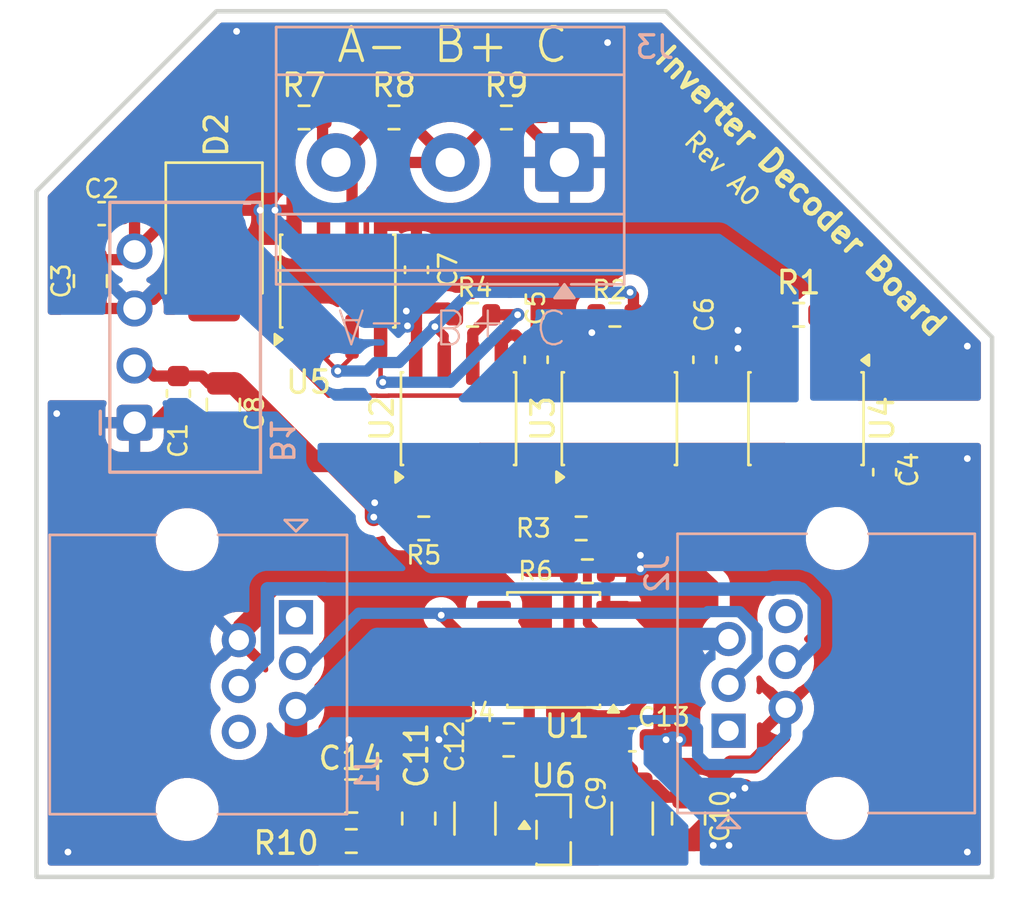
<source format=kicad_pcb>
(kicad_pcb (version 20241229) (generator "pcbnew") (generator_version "9.0")
  (title_block (title "Inverter Decoder Board") (date "2026-02-06") (rev "A0") (company "MAG Laboratory"))
  (layers (0 "F.Cu" signal) (2 "B.Cu" signal) (13 "F.Paste" user) (15 "B.Paste" user) (5 "F.SilkS" user "F.Silkscreen") (7 "B.SilkS" user "B.Silkscreen") (1 "F.Mask" user) (3 "B.Mask" user) (25 "Edge.Cuts" user))
  (net 0 "")
  (net 1 "+5VP")
  (net 2 "+5V")
  (net 3 "GNDPWR")
  (net 4 "GND")
  (net 5 "/12V_FILT")
  (net 6 "+12V")
  (net 7 "Net-(J1-Pad4)")
  (net 9 "/INV_DATA")
  (net 13 "Net-(J3-Pin_3)")
  (net 14 "Net-(J3-Pin_2)")
  (net 15 "Net-(J4-Pin_2)")
  (net 16 "Net-(U4-A)")
  (net 17 "/DIR")
  (net 18 "/~{DIR}")
  (net 19 "Net-(U3-A)")
  (net 20 "Net-(U2-VO)")
  (net 21 "Net-(U2-A)")
  (net 22 "/UART")
  (net 27 "Net-(U4-C)")
  (footprint "Capacitor_SMD:C_0603_1608Metric" (layer "F.Cu") (at 95.899 127 180)
    (property "Reference" "C2")
    (property "Value" "104")
  )
  (footprint "Diode_SMD:D_SMB" (layer "F.Cu") (at 100.899 128.394 -90)
    (property "Reference" "D2")
    (property "Value" "5v")
  )
  (footprint "Capacitor_SMD:C_1206_3216Metric" (layer "F.Cu") (at 119.5 153.905 90)
    (property "Reference" "C9")
    (property "Value" "106")
  )
  (footprint "Resistor_SMD:R_0805_2012Metric" (layer "F.Cu") (at 114 150.405)
    (property "Reference" "J4")
    (property "Value" "PROG")
  )
  (footprint "Resistor_SMD:R_0603_1608Metric" (layer "F.Cu") (at 110.224 141)
    (property "Reference" "R5")
    (property "Value" "680")
  )
  (footprint "Capacitor_SMD:C_0603_1608Metric" (layer "F.Cu") (at 99.3115 135 -90)
    (property "Reference" "C1")
    (property "Value" "104")
  )
  (footprint "Capacitor_SMD:C_0603_1608Metric" (layer "F.Cu") (at 109.899 129.5 90)
    (property "Reference" "C7")
    (property "Value" "104")
  )
  (footprint "Capacitor_SMD:C_0805_2012Metric" (layer "F.Cu") (at 95.399 130 -90)
    (property "Reference" "C3")
    (property "Value" "105")
  )
  (footprint "Resistor_SMD:R_0603_1608Metric" (layer "F.Cu") (at 117.5 142.905 180)
    (property "Reference" "R6")
    (property "Value" "4k7")
  )
  (footprint "Capacitor_SMD:C_0805_2012Metric" (layer "F.Cu") (at 107 152.905)
    (property "Reference" "C14")
    (property "Value" "105")
  )
  (footprint "Resistor_SMD:R_0603_1608Metric" (layer "F.Cu") (at 112.399 131.5)
    (property "Reference" "R4")
    (property "Value" "4k7")
  )
  (footprint "Resistor_SMD:R_0603_1608Metric" (layer "F.Cu") (at 108.899 122.725)
    (property "Reference" "R8")
    (property "Value" "120")
  )
  (footprint "Resistor_SMD:R_0603_1608Metric" (layer "F.Cu") (at 104.899 122.725)
    (property "Reference" "R7")
    (property "Value" "5k1")
  )
  (footprint "Capacitor_SMD:C_0603_1608Metric" (layer "F.Cu") (at 119.5 150.405 180)
    (property "Reference" "C13")
    (property "Value" "104")
  )
  (footprint "Package_SO:SOIC-8_3.9x4.9mm_P1.27mm" (layer "F.Cu") (at 118.924 136.12 90)
    (property "Reference" "U3")
    (property "Value" "HCPL-0611")
  )
  (footprint "Capacitor_SMD:C_0603_1608Metric" (layer "F.Cu") (at 115.224 133.5 90)
    (property "Reference" "C5")
    (property "Value" "104")
  )
  (footprint "Resistor_SMD:R_0603_1608Metric" (layer "F.Cu") (at 118.724 131.5)
    (property "Reference" "R2")
    (property "Value" "4k7")
  )
  (footprint "Package_SO:SOIC-8_3.9x4.9mm_P1.27mm" (layer "F.Cu") (at 127.224 136.12 -90)
    (property "Reference" "U4")
    (property "Value" "HCPL-0611")
  )
  (footprint "Resistor_SMD:R_0603_1608Metric" (layer "F.Cu") (at 107 154.905)
    (property "Reference" "R10")
    (property "Value" "1")
  )
  (footprint "Capacitor_SMD:C_0805_2012Metric" (layer "F.Cu") (at 101.3115 135.5 -90)
    (property "Reference" "C8")
    (property "Value" "105")
  )
  (footprint "Capacitor_SMD:C_0603_1608Metric" (layer "F.Cu") (at 130.724 138.501 90)
    (property "Reference" "C4")
    (property "Value" "104")
  )
  (footprint "Resistor_SMD:R_0603_1608Metric" (layer "F.Cu") (at 117.224 141)
    (property "Reference" "R3")
    (property "Value" "680")
  )
  (footprint "Resistor_SMD:R_0603_1608Metric" (layer "F.Cu") (at 113.899 122.725)
    (property "Reference" "R9")
    (property "Value" "5k1")
  )
  (footprint "Package_SO:SOIC-8_3.9x4.9mm_P1.27mm" (layer "F.Cu") (at 106.399 130 90)
    (property "Reference" "U5")
    (property "Value" "MAX485E")
  )
  (footprint "Package_SO:JEITA_SOIC-8_3.9x4.9mm_P1.27mm" (layer "F.Cu") (at 116 146.405 180)
    (property "Reference" "U1")
    (property "Value" "CH32V003JxMx")
  )
  (footprint "Package_SO:SOIC-8_3.9x4.9mm_P1.27mm" (layer "F.Cu") (at 111.769 136.12 90)
    (property "Reference" "U2")
    (property "Value" "HCPL-0611")
  )
  (footprint "Capacitor_SMD:C_0603_1608Metric" (layer "F.Cu") (at 122.724 133.5 90)
    (property "Reference" "C6")
    (property "Value" "104")
  )
  (footprint "Capacitor_SMD:C_1206_3216Metric" (layer "F.Cu") (at 112.5 153.905 90)
    (property "Reference" "C12")
    (property "Value" "106")
  )
  (footprint "Package_TO_SOT_SMD:SOT-23" (layer "F.Cu") (at 116 154.405)
    (property "Reference" "U6")
    (property "Value" "ME6209A50M3G")
  )
  (footprint "Capacitor_SMD:C_0805_2012Metric" (layer "F.Cu") (at 122 153.905 90)
    (property "Reference" "C10")
    (property "Value" "105")
  )
  (footprint "Capacitor_SMD:C_0805_2012Metric" (layer "F.Cu") (at 110 153.905 90)
    (property "Reference" "C11")
    (property "Value" "105")
  )
  (footprint "Resistor_SMD:R_0603_1608Metric" (layer "F.Cu") (at 126.899 131.5)
    (property "Reference" "R1")
    (property "Value" "680")
  )
  (footprint "TerminalBlock_Phoenix:TerminalBlock_Phoenix_MKDS-3-3-5.08_1x03_P5.08mm_Horizontal" (layer "B.Cu") (at 116.479 124.725 180)
    (property "Reference" "J3")
    (property "Value" "Modbus")
  )
  (footprint "Connector_RJ:RJ25_Wayconn_MJEA-660X1_Horizontal" (layer "B.Cu") (at 123.78 150 -90)
    (property "Reference" "J2")
    (property "Value" "RJ12")
  )
  (footprint "Power_Module:BxxxxS-1W" (layer "B.Cu") (at 97.361 136.3 90)
    (property "Reference" "B1")
    (property "Value" "B0505S-1W")
  )
  (footprint "Connector_RJ:RJ25_Wayconn_MJEA-660X1_Horizontal" (layer "B.Cu") (at 104.54 144.95 90)
    (property "Reference" "J1")
    (property "Value" "RJ12")
  )
  (gr_poly (pts (xy 93 126) (xy 101 118) (xy 121 118) (xy 135.5 132.5) (xy 135.5 156.5) (xy 93 156.5)) (stroke (width 0.2)) (fill no) (layer "Edge.Cuts"))
  (gr_text "Rev ${REVISION}" (at 123.5 125 315) (layer "F.SilkS") (effects (font (size 0.8 0.8) (thickness 0.12))))
  (gr_text "${TITLE}" (at 127 126 315) (layer "F.SilkS") (effects (font (size 1 1) (thickness 0.2) (bold yes))))
  (gr_text "A- B+ C" (at 111.5 119.5 0) (layer "F.SilkS") (effects (font (size 1.5 1.5))))
  (gr_text "A- B+ C" (at 111.5 132 180) (layer "B.SilkS") (effects (font (size 1.5 1.5) (thickness 0.1)) (justify mirror)))
  (segment (start 105.2615 138) (end 101.8115 134.55) (width 1) (layer "F.Cu") (net 1))
  (segment (start 119.475 155.355) (end 119.5 155.38) (width 0.2) (layer "F.Cu") (net 1))
  (segment (start 108 140.5) (end 108 139.9) (width 0.8) (layer "F.Cu") (net 1))
  (segment (start 106.182 138) (end 105.2615 138) (width 1) (layer "F.Cu") (net 1))
  (segment (start 121.599 150.394) (end 121.5 149.762) (width 0.5) (layer "F.Cu") (net 1))
  (segment (start 120.6875 149.9925) (end 120.275 150.405) (width 0.5) (layer "F.Cu") (net 1))
  (segment (start 120.6875 149.655) (end 120.6875 149.9925) (width 0.5) (layer "F.Cu") (net 1))
  (segment (start 109.399 141) (end 109.25 140.851) (width 0.2) (layer "F.Cu") (net 1))
  (segment (start 120.9375 150.405) (end 120.275 150.405) (width 0.5) (layer "F.Cu") (net 1))
  (segment (start 108 139.9) (end 108.041 139.859) (width 0.2) (layer "F.Cu") (net 1))
  (segment (start 121.512 149.75) (end 120.9375 150.3245) (width 0.5) (layer "F.Cu") (net 1))
  (segment (start 123.934519 152.88) (end 124.12 152.88) (width 0.2) (layer "F.Cu") (net 1))
  (segment (start 118.325 142.905) (end 118.325 144.175) (width 0.4) (layer "F.Cu") (net 1))
  (segment (start 124.12 152.88) (end 124.45 152.55) (width 0.8) (layer "F.Cu") (net 1))
  (segment (start 120.9375 150.3245) (end 120.9375 150.405) (width 0.2) (layer "F.Cu") (net 1))
  (segment (start 108.041 139.859) (end 106.182 138) (width 1) (layer "F.Cu") (net 1))
  (segment (start 118.325 144.175) (end 118.65 144.5) (width 0.2) (layer "F.Cu") (net 1))
  (segment (start 119.859 142.195) (end 119.859 142.241) (width 0.2) (layer "F.Cu") (net 1))
  (segment (start 98.2385 134.225) (end 97.7735 133.76) (width 0.5) (layer "F.Cu") (net 1))
  (segment (start 122 154.855) (end 122.245 154.855) (width 1) (layer "F.Cu") (net 1))
  (segment (start 123.9275 152.872981) (end 123.934519 152.88) (width 0.2) (layer "F.Cu") (net 1))
  (segment (start 131.5 146.5) (end 125.45 152.55) (width 0.5) (layer "F.Cu") (net 1))
  (segment (start 100.35575 134.225) (end 99.3115 134.225) (width 0.5) (layer "F.Cu") (net 1))
  (segment (start 120.525 155.38) (end 121.05 154.855) (width 0.5) (layer "F.Cu") (net 1))
  (segment (start 124.45 152.55) (end 124.508 152.55) (width 0.8) (layer "F.Cu") (net 1))
  (segment (start 120.6875 145.787501) (end 120.6875 149.655) (width 0.5) (layer "F.Cu") (net 1))
  (segment (start 121.5 149.762) (end 121.512 149.75) (width 0.2) (layer "F.Cu") (net 1))
  (segment (start 109.25 140.851) (end 109.033 140.851) (width 0.2) (layer "F.Cu") (net 1))
  (segment (start 130.724 139.276) (end 129.422999 139.276) (width 0.4) (layer "F.Cu") (net 1))
  (segment (start 121.512 149.75) (end 121.417 149.655) (width 0.2) (layer "F.Cu") (net 1))
  (segment (start 121.417 149.655) (end 120.6875 149.655) (width 0.5) (layer "F.Cu") (net 1))
  (segment (start 109.033 140.851) (end 108.041 139.859) (width 0.5) (layer "F.Cu") (net 1))
  (segment (start 100.68075 134.55) (end 100.35575 134.225) (width 0.5) (layer "F.Cu") (net 1))
  (segment (start 122.245 154.855) (end 123.9275 153.1725) (width 1) (layer "F.Cu") (net 1))
  (segment (start 131.5 145.5) (end 131.5 146.5) (width 0.5) (layer "F.Cu") (net 1))
  (segment (start 131.5 145.5) (end 131.5 140) (width 0.4) (layer "F.Cu") (net 1))
  (segment (start 123.9275 152.9275) (end 123.975 152.88) (width 0.2) (layer "F.Cu") (net 1))
  (segment (start 115.0625 155.355) (end 119.475 155.355) (width 0.5) (layer "F.Cu") (net 1))
  (segment (start 130.404 139.596) (end 130.724 139.276) (width 0.2) (layer "F.Cu") (net 1))
  (segment (start 97.826 134.225) (end 97.361 133.76) (width 0.2) (layer "F.Cu") (net 1))
  (segment (start 99.3115 134.225) (end 98.2385 134.225) (width 0.5) (layer "F.Cu") (net 1))
  (segment (start 101.8115 134.55) (end 101.3115 134.55) (width 0.2) (layer "F.Cu") (net 1))
  (segment (start 118.65 144.5) (end 119.399999 144.5) (width 0.4) (layer "F.Cu") (net 1))
  (segment (start 123.9275 152.9275) (end 123.9275 152.872981) (width 0.2) (layer "F.Cu") (net 1))
  (segment (start 121.05 154.855) (end 122 154.855) (width 0.5) (layer "F.Cu") (net 1))
  (segment (start 119.5 155.38) (end 120.525 155.38) (width 0.5) (layer "F.Cu") (net 1))
  (segment (start 130.776 139.276) (end 131.5 140) (width 0.4) (layer "F.Cu") (net 1))
  (segment (start 121.599 150.394) (end 120.9375 150.405) (width 0.5) (layer "F.Cu") (net 1))
  (segment (start 130.724 139.276) (end 130.776 139.276) (width 0.2) (layer "F.Cu") (net 1))
  (segment (start 123.9275 153.1725) (end 123.9275 152.9275) (width 0.8) (layer "F.Cu") (net 1))
  (segment (start 99.4865 134.05) (end 99.3115 134.225) (width 0.2) (layer "F.Cu") (net 1))
  (segment (start 125.45 152.55) (end 124.508 152.55) (width 0.5) (layer "F.Cu") (net 1))
  (segment (start 119.399999 144.5) (end 120.6875 145.787501) (width 0.4) (layer "F.Cu") (net 1))
  (segment (start 101.3115 134.55) (end 100.68075 134.55) (width 0.5) (layer "F.Cu") (net 1))
  (via (at 123.1 155.1) (size 0.6) (drill 0.3) (layers "F.Cu" "B.Cu") (net 1))
  (via (at 124.508 152.55) (size 0.6) (drill 0.3) (layers "F.Cu" "B.Cu") (net 1))
  (via (at 123.975 152.88) (size 0.6) (drill 0.3) (layers "F.Cu" "B.Cu") (net 1))
  (via (at 119.859 142.195) (size 0.6) (drill 0.3) (layers "F.Cu" "B.Cu") (net 1))
  (via (at 108 140.5) (size 0.6) (drill 0.3) (layers "F.Cu" "B.Cu") (net 1))
  (via (at 134.399 137.894) (size 0.6) (drill 0.3) (layers "F.Cu" "B.Cu") (net 1))
  (via (at 108.041 139.859) (size 0.6) (drill 0.3) (layers "F.Cu" "B.Cu") (net 1))
  (via (at 121 150.4) (size 0.6) (drill 0.3) (layers "F.Cu" "B.Cu") (net 1))
  (via (at 119.859 142.795) (size 0.6) (drill 0.3) (layers "F.Cu" "B.Cu") (net 1))
  (via (at 134.399 155.394) (size 0.6) (drill 0.3) (layers "F.Cu" "B.Cu") (net 1))
  (via (at 123.8 155.1) (size 0.6) (drill 0.3) (layers "F.Cu" "B.Cu") (net 1))
  (via (at 121.599 150.394) (size 0.6) (drill 0.3) (layers "F.Cu" "B.Cu") (net 1))
  (segment (start 108.441 140.341) (end 108.441 140.259) (width 1) (layer "B.Cu") (net 1))
  (segment (start 119.859 142.241) (end 119.6 142.5) (width 0.2) (layer "B.Cu") (net 1))
  (segment (start 121.3 151.5) (end 122.4 152.6) (width 1) (layer "B.Cu") (net 1))
  (segment (start 119.6 142.5) (end 110.6 142.5) (width 1) (layer "B.Cu") (net 1))
  (segment (start 122.4 152.6) (end 122.409063 152.590937) (width 1) (layer "B.Cu") (net 1))
  (segment (start 110.6 142.5) (end 108.441 140.341) (width 1) (layer "B.Cu") (net 1))
  (segment (start 121.3 150.429) (end 121.3 151.5) (width 0.8) (layer "B.Cu") (net 1))
  (segment (start 121.512 150.393) (end 121.599 150.394) (width 0.2) (layer "B.Cu") (net 1))
  (segment (start 123.975 152.88) (end 124.264062 152.590937) (width 0.2) (layer "B.Cu") (net 1))
  (segment (start 122.409063 152.590937) (end 124.264062 152.590937) (width 1) (layer "B.Cu") (net 1))
  (segment (start 108.041 139.859) (end 108.441 140.259) (width 0.2) (layer "B.Cu") (net 1))
  (segment (start 115.224 134.275) (end 117.019 134.275) (width 0.5) (layer "F.Cu") (net 2))
  (segment (start 118.289 132.294) (end 118.289 131.89) (width 0.5) (layer "F.Cu") (net 2))
  (segment (start 95.4 129.049) (end 95.399 129.05) (width 0.2) (layer "F.Cu") (net 2))
  (segment (start 117.019 134.275) (end 117.019 133.645) (width 0.5) (layer "F.Cu") (net 2))
  (segment (start 117.699 132.294) (end 117.999 131.994) (width 0.5) (layer "F.Cu") (net 2))
  (segment (start 97.361 128.68) (end 97.361 127.687) (width 0.5) (layer "F.Cu") (net 2))
  (segment (start 109.634 131.835) (end 109.899 132.1) (width 0.5) (layer "F.Cu") (net 2))
  (segment (start 109.447 131.335) (end 109.664 131.335) (width 0.2) (layer "F.Cu") (net 2))
  (segment (start 118.289 131.89) (end 117.899 131.5) (width 0.5) (layer "F.Cu") (net 2))
  (segment (start 117.019 133.645) (end 117.019 132.38) (width 0.5) (layer "F.Cu") (net 2))
  (segment (start 104.367 127.398) (end 104.367 125.967) (width 0.5) (layer "F.Cu") (net 2))
  (segment (start 101.505 126.85) (end 102.947 126.85) (width 0.5) (layer "F.Cu") (net 2))
  (segment (start 109.499 131.994) (end 109.634 131.835) (width 0.5) (layer "F.Cu") (net 2))
  (segment (start 109.899 131.1) (end 109.999 131.2) (width 0.5) (layer "F.Cu") (net 2))
  (segment (start 104.367 125.967) (end 104.1 125.7) (width 0.5) (layer "F.Cu") (net 2))
  (segment (start 97.361 128.68) (end 96.992 129.049) (width 0.2) (layer "F.Cu") (net 2))
  (segment (start 97.361 127) (end 96.674 127) (width 0.5) (layer "F.Cu") (net 2))
  (segment (start 104.494 126.85) (end 104.494 127.525) (width 0.2) (layer "F.Cu") (net 2))
  (segment (start 109.999 131.2) (end 111.274 131.2) (width 0.5) (layer "F.Cu") (net 2))
  (segment (start 109.899 130.275) (end 109.899 131.1) (width 0.5) (layer "F.Cu") (net 2))
  (segment (start 124.5 132) (end 125 131.5) (width 0.5) (layer "F.Cu") (net 2))
  (segment (start 117.999 131.994) (end 117.999 132.294) (width 0.5) (layer "F.Cu") (net 2))
  (segment (start 122.724 134.275) (end 123.725 134.275) (width 0.5) (layer "F.Cu") (net 2))
  (segment (start 109.899 131.5) (end 109.899 132.1) (width 0.5) (layer "F.Cu") (net 2))
  (segment (start 97.511 126.85) (end 100.293 126.85) (width 0.5) (layer "F.Cu") (net 2))
  (segment (start 103.605 126.85) (end 104.494 126.85) (width 0.5) (layer "F.Cu") (net 2))
  (segment (start 109.899 132.1) (end 109.899 133.61) (width 0.5) (layer "F.Cu") (net 2))
  (segment (start 109.899 133.61) (end 109.864 133.645) (width 0.2) (layer "F.Cu") (net 2))
  (segment (start 125 131.5) (end 126.074 131.5) (width 0.5) (layer "F.Cu") (net 2))
  (segment (start 104.494 127.525) (end 104.367 127.398) (width 0.2) (layer "F.Cu") (net 2))
  (segment (start 109.899 131.5) (end 109.612 131.5) (width 0.2) (layer "F.Cu") (net 2))
  (segment (start 102.947 126.85) (end 103.605 126.85) (width 0.5) (layer "F.Cu") (net 2))
  (segment (start 124.199 132.994) (end 124.199 132.294) (width 0.5) (layer "F.Cu") (net 2))
  (segment (start 97.361 127.687) (end 97.361 127) (width 0.5) (layer "F.Cu") (net 2))
  (segment (start 109.664 131.335) (end 109.899 131.1) (width 0.5) (layer "F.Cu") (net 2))
  (segment (start 104.1 125.7) (end 104.1 122.751) (width 0.5) (layer "F.Cu") (net 2))
  (segment (start 124.199 132.194) (end 124.899 131.494) (width 0.5) (layer "F.Cu") (net 2))
  (segment (start 97.361 127) (end 97.511 126.85) (width 0.5) (layer "F.Cu") (net 2))
  (segment (start 118.289 133.645) (end 118.289 132.294) (width 0.5) (layer "F.Cu") (net 2))
  (segment (start 96.674 127) (end 96.5645 127) (width 0.2) (layer "F.Cu") (net 2))
  (segment (start 104.1 122.751) (end 104.074 122.725) (width 0.5) (layer "F.Cu") (net 2))
  (segment (start 124.199 132.294) (end 124.399 132.094) (width 0.5) (layer "F.Cu") (net 2))
  (segment (start 100.899 126.244) (end 101.505 126.85) (width 0.2) (layer "F.Cu") (net 2))
  (segment (start 109.499 131.994) (end 109.447 131.335) (width 0.5) (layer "F.Cu") (net 2))
  (segment (start 109.704 130.47) (end 109.899 130.275) (width 0.2) (layer "F.Cu") (net 2))
  (segment (start 124.5 133.5) (end 124.5 132) (width 0.5) (layer "F.Cu") (net 2))
  (segment (start 96.992 129.049) (end 95.4 129.049) (width 0.5) (layer "F.Cu") (net 2))
  (segment (start 109.899 131.1) (end 109.899 131.5) (width 0.5) (layer "F.Cu") (net 2))
  (segment (start 124.899 131.494) (end 124.999 131.494) (width 0.5) (layer "F.Cu") (net 2))
  (segment (start 124.199 132.994) (end 124.199 133.594) (width 0.5) (layer "F.Cu") (net 2))
  (segment (start 111.274 131.2) (end 111.574 131.5) (width 0.5) (layer "F.Cu") (net 2))
  (segment (start 117.019 132.38) (end 117.899 131.5) (width 0.5) (layer "F.Cu") (net 2))
  (segment (start 118.289 132.294) (end 117.199 132.294) (width 0.5) (layer "F.Cu") (net 2))
  (segment (start 123.725 134.275) (end 124.5 133.5) (width 0.5) (layer "F.Cu") (net 2))
  (segment (start 100.293 126.85) (end 100.899 126.244) (width 0.2) (layer "F.Cu") (net 2))
  (segment (start 109.612 131.5) (end 109.447 131.335) (width 0.2) (layer "F.Cu") (net 2))
  (via (at 102.947 126.85) (size 0.6) (drill 0.3) (layers "F.Cu" "B.Cu") (net 2))
  (via (at 103.605 126.85) (size 0.6) (drill 0.3) (layers "F.Cu" "B.Cu") (net 2))
  (via (at 109.499 131.994) (size 0.6) (drill 0.3) (layers "F.Cu" "B.Cu") (net 2))
  (via (at 124.199 132.994) (size 0.6) (drill 0.3) (layers "F.Cu" "B.Cu") (net 2))
  (via (at 124.199 132.194) (size 0.6) (drill 0.3) (layers "F.Cu" "B.Cu") (net 2))
  (via (at 117.699 132.294) (size 0.6) (drill 0.3) (layers "F.Cu" "B.Cu") (net 2))
  (via (at 109.447 131.335) (size 0.6) (drill 0.3) (layers "F.Cu" "B.Cu") (net 2))
  (segment (start 103.59 126.835) (end 103.605 126.85) (width 0.2) (layer "B.Cu") (net 2))
  (segment (start 103.2835 127.085) (end 103.2835 126.835) (width 0.2) (layer "B.Cu") (net 2))
  (segment (start 103.2835 126.835) (end 103.59 126.835) (width 0.2) (layer "B.Cu") (net 2))
  (segment (start 107.6435 131.585) (end 103.2835 127.225) (width 1) (layer "B.Cu") (net 2))
  (segment (start 109.197 131.585) (end 107.6435 131.585) (width 1) (layer "B.Cu") (net 2))
  (segment (start 109.447 131.335) (end 109.197 131.585) (width 0.2) (layer "B.Cu") (net 2))
  (segment (start 103.2835 127.225) (end 103.2835 127.085) (width 1) (layer "B.Cu") (net 2))
  (segment (start 98.24325 136.3) (end 97.7735 136.3) (width 0.5) (layer "F.Cu") (net 3))
  (segment (start 130.724 137.726) (end 130.317 137.319) (width 0.2) (layer "F.Cu") (net 3))
  (segment (start 122 152.955) (end 122.745 152.955) (width 0.5) (layer "F.Cu") (net 3))
  (segment (start 127.224 139.644968) (end 127.224 137.613032) (width 0.2) (layer "F.Cu") (net 3))
  (segment (start 123.1 152.2) (end 123.3 152.2) (width 0.5) (layer "F.Cu") (net 3))
  (segment (start 98.76825 135.775) (end 98.24325 136.3) (width 0.5) (layer "F.Cu") (net 3))
  (segment (start 125.4 150.8) (end 125.4 149.9) (width 0.5) (layer "F.Cu") (net 3))
  (segment (start 116.23225 153.455) (end 115.0625 153.455) (width 0.5) (layer "F.Cu") (net 3))
  (segment (start 99.3115 135.775) (end 98.76825 135.775) (width 0.5) (layer "F.Cu") (net 3))
  (segment (start 128 144.192735) (end 130.121 142.071735) (width 0.2) (layer "F.Cu") (net 3))
  (segment (start 113.0875 150.405) (end 112.245 150.405) (width 0.5) (layer "F.Cu") (net 3))
  (segment (start 103.604 140.604) (end 103.604 143.7) (width 0.5) (layer "F.Cu") (net 3))
  (segment (start 119.9375 148.655) (end 119.9375 147.577501) (width 0.5) (layer "F.Cu") (net 3))
  (segment (start 118.725 149.8675) (end 119.9375 148.655) (width 0.5) (layer "F.Cu") (net 3))
  (segment (start 126.32 148.98) (end 126.32 149.61884) (width 0.2) (layer "F.Cu") (net 3))
  (segment (start 112.5 152.43) (end 111.4125 152.43) (width 0.5) (layer "F.Cu") (net 3))
  (segment (start 119.5 152.43) (end 117.25725 152.43) (width 0.5) (layer "F.Cu") (net 3))
  (segment (start 125.4 151) (end 125.4 150.8) (width 0.5) (layer "F.Cu") (net 3))
  (segment (start 119.559 139.279) (end 119.559 138.595) (width 0.2) (layer "F.Cu") (net 3))
  (segment (start 101.3115 136.45) (end 101.3115 138.3115) (width 0.5) (layer "F.Cu") (net 3))
  (segment (start 103.604 143.7) (end 103.5 143.804) (width 0.5) (layer "F.Cu") (net 3))
  (segment (start 123.9 151.5) (end 124.9 151.5) (width 0.8) (layer "F.Cu") (net 3))
  (segment (start 101.3115 136.45) (end 100.45 136.45) (width 0.5) (layer "F.Cu") (net 3))
  (segment (start 105.54 143.7) (end 103.604 143.7) (width 0.5) (layer "F.Cu") (net 3))
  (segment (start 130.317 137.319) (end 128.5 137.319) (width 0.2) (layer "F.Cu") (net 3))
  (segment (start 126.32 148.98) (end 128 147.3) (width 0.2) (layer "F.Cu") (net 3))
  (segment (start 99.54 135.95) (end 99.4865 135.95) (width 0.2) (layer "F.Cu") (net 3))
  (segment (start 112.245 150.405) (end 105.54 143.7) (width 0.5) (layer "F.Cu") (net 3))
  (segment (start 118.725 150.9425) (end 118.725 150.405) (width 0.5) (layer "F.Cu") (net 3))
  (segment (start 110 152.955) (end 108 152.955) (width 0.5) (layer "F.Cu") (net 3))
  (segment (start 115.0625 153.455) (end 113.525 153.455) (width 0.5) (layer "F.Cu") (net 3))
  (segment (start 125.319 139.871) (end 125.22355 139.96645) (width 0.2) (layer "F.Cu") (net 3))
  (segment (start 117.25725 152.43) (end 116.23225 153.455) (width 0.6) (layer "F.Cu") (net 3))
  (segment (start 108 152.955) (end 107.95 152.905) (width 0.2) (layer "F.Cu") (net 3))
  (segment (start 128 147.3) (end 128 144.192735) (width 0.2) (layer "F.Cu") (net 3))
  (segment (start 124.9 151.5) (end 125.4 151) (width 0.8) (layer "F.Cu") (net 3))
  (segment (start 119.9375 147.577501) (end 119.399999 147.04) (width 0.5) (layer "F.Cu") (net 3))
  (segment (start 120.24645 139.96645) (end 119.559 139.279) (width 0.4) (layer "F.Cu") (net 3))
  (segment (start 103.604 143.7) (end 102 145.304) (width 0.5) (layer "F.Cu") (net 3))
  (segment (start 125.4 149.9) (end 126.32 148.98) (width 0.5) (layer "F.Cu") (net 3))
  (segment (start 113.0875 151.8425) (end 113.0875 150.405) (width 0.5) (layer "F.Cu") (net 3))
  (segment (start 130.121 142.071735) (end 130.121 140.621) (width 0.2) (layer "F.Cu") (net 3))
  (segment (start 113.525 153.455) (end 112.5 152.43) (width 0.5) (layer "F.Cu") (net 3))
  (segment (start 122.745 152.955) (end 123.1 152.6) (width 0.5) (layer "F.Cu") (net 3))
  (segment (start 111.4125 152.43) (end 110.8875 152.955) (width 0.5) (layer "F.Cu") (net 3))
  (segment (start 99.4865 135.95) (end 99.3115 135.775) (width 0.2) (layer "F.Cu") (net 3))
  (segment (start 125.22355 139.96645) (end 121.099 139.96645) (width 0.4) (layer "F.Cu") (net 3))
  (segment (start 120.525 152.43) (end 119.5 152.43) (width 0.5) (layer "F.Cu") (net 3))
  (segment (start 102 145.368) (end 102 145.97) (width 0.2) (layer "F.Cu") (net 3))
  (segment (start 112.5 152.43) (end 113.0875 151.8425) (width 0.2) (layer "F.Cu") (net 3))
  (segment (start 127.518032 137.319) (end 128.5 137.319) (width 0.2) (layer "F.Cu") (net 3))
  (segment (start 127.224 137.613032) (end 127.518032 137.319) (width 0.2) (layer "F.Cu") (net 3))
  (segment (start 125.41445 139.96645) (end 126.299 139.96645) (width 0.4) (layer "F.Cu") (net 3))
  (segment (start 123.1 152.6) (end 123.1 152.2) (width 0.5) (layer "F.Cu") (net 3))
  (segment (start 100.45 136.45) (end 99.775 135.775) (width 0.5) (layer "F.Cu") (net 3))
  (segment (start 118.725 150.405) (end 118.725 149.8675) (width 0.5) (layer "F.Cu") (net 3))
  (segment (start 121.099 139.96645) (end 120.24645 139.96645) (width 0.39) (layer "F.Cu") (net 3))
  (segment (start 123.449 151.951) (end 123.9 151.5) (width 0.8) (layer "F.Cu") (net 3))
  (segment (start 110.8875 152.955) (end 110 152.955) (width 0.5) (layer "F.Cu") (net 3))
  (segment (start 121.05 152.955) (end 120.525 152.43) (width 0.5) (layer "F.Cu") (net 3))
  (segment (start 123.3 152.2) (end 123.449 152.051) (width 0.5) (layer "F.Cu") (net 3))
  (segment (start 130.121 140.621) (end 129.371 139.871) (width 0.2) (layer "F.Cu") (net 3))
  (segment (start 126.299 139.96645) (end 126.902518 139.96645) (width 0.39) (layer "F.Cu") (net 3))
  (segment (start 122 152.955) (end 121.05 152.955) (width 0.5) (layer "F.Cu") (net 3))
  (segment (start 126.902518 139.96645) (end 127.224 139.644968) (width 0.2) (layer "F.Cu") (net 3))
  (segment (start 102 145.304) (end 102 145.368) (width 0.5) (layer "F.Cu") (net 3))
  (segment (start 125.319 138.595) (end 125.319 139.871) (width 0.2) (layer "F.Cu") (net 3))
  (segment (start 99.775 135.775) (end 99.3115 135.775) (width 0.5) (layer "F.Cu") (net 3))
  (segment (start 119.399999 147.04) (end 118.65 147.04) (width 0.5) (layer "F.Cu") (net 3))
  (segment (start 125.319 139.871) (end 125.41445 139.96645) (width 0.2) (layer "F.Cu") (net 3))
  (segment (start 128.788032 139.871) (end 128.5 139.582968) (width 0.2) (layer "F.Cu") (net 3))
  (segment (start 128.5 139.582968) (end 128.5 137.319) (width 0.2) (layer "F.Cu") (net 3))
  (segment (start 101.3115 138.3115) (end 103.604 140.604) (width 0.5) (layer "F.Cu") (net 3))
  (segment (start 119.5 151.7175) (end 118.725 150.9425) (width 0.5) (layer "F.Cu") (net 3))
  (segment (start 119.5 152.43) (end 119.5 151.7175) (width 0.5) (layer "F.Cu") (net 3))
  (segment (start 129.371 139.871) (end 128.788032 139.871) (width 0.2) (layer "F.Cu") (net 3))
  (segment (start 123.449 152.051) (end 123.449 151.951) (width 0.5) (layer "F.Cu") (net 3))
  (via (at 110.899 150.394) (size 0.6) (drill 0.3) (layers "F.Cu" "B.Cu") (net 3))
  (via (at 106.899 150.394) (size 0.6) (drill 0.3) (layers "F.Cu" "B.Cu") (net 3))
  (via (at 94.399 155.394) (size 0.6) (drill 0.3) (layers "F.Cu" "B.Cu") (net 3))
  (via (at 93.899 135.894) (size 0.6) (drill 0.3) (layers "F.Cu" "B.Cu") (net 3))
  (segment (start 126.32 148.98) (end 126.32 150.18) (width 0.5) (layer "B.Cu") (net 3))
  (segment (start 119.5 149.5) (end 106.1 149.5) (width 0.2) (layer "B.Cu") (net 3))
  (segment (start 106.1 149.5) (end 104.2 151.4) (width 0.2) (layer "B.Cu") (net 3))
  (segment (start 122.4 149.9) (end 122 149.5) (width 0.5) (layer "B.Cu") (net 3))
  (segment (start 100.6 147.37) (end 102 145.97) (width 0.2) (layer "B.Cu") (net 3))
  (segment (start 122.4 151.1) (end 122.4 149.9) (width 0.5) (layer "B.Cu") (net 3))
  (segment (start 100.6 150.6) (end 100.6 147.37) (width 0.2) (layer "B.Cu") (net 3))
  (segment (start 122 149.5) (end 119.5 149.5) (width 0.4) (layer "B.Cu") (net 3))
  (segment (start 126.32 150.18) (end 125 151.5) (width 0.5) (layer "B.Cu") (net 3))
  (segment (start 101.4 151.4) (end 100.6 150.6) (width 0.2) (layer "B.Cu") (net 3))
  (segment (start 104.2 151.4) (end 101.4 151.4) (width 0.2) (layer "B.Cu") (net 3))
  (segment (start 122.8 151.5) (end 122.4 151.1) (width 0.5) (layer "B.Cu") (net 3))
  (segment (start 125 151.5) (end 122.8 151.5) (width 0.5) (layer "B.Cu") (net 3))
  (segment (start 116.479 124.725) (end 114.724 122.97) (width 0.5) (layer "F.Cu") (net 4))
  (segment (start 95.669 131.22) (end 95.399 130.95) (width 0.2) (layer "F.Cu") (net 4))
  (segment (start 115.199 132.7) (end 115.224 132.725) (width 0.5) (layer "F.Cu") (net 4))
  (segment (start 120.829 133.645) (end 120.829 131.07) (width 0.2) (layer "F.Cu") (net 4))
  (segment (start 108.304 128.836534) (end 108.304 127.525) (width 0.5) (layer "F.Cu") (net 4))
  (segment (start 121.329 131.57) (end 120.829 131.07) (width 0.2) (layer "F.Cu") (net 4))
  (segment (start 94 130.95) (end 94 128.124) (width 0.5) (layer "F.Cu") (net 4))
  (segment (start 97.361 131.22) (end 97.77 130.811) (width 0.5) (layer "F.Cu") (net 4))
  (segment (start 101.505 131.15) (end 102.07 131.15) (width 0.5) (layer "F.Cu") (net 4))
  (segment (start 114.724 122.97) (end 114.724 122.725) (width 0.2) (layer "F.Cu") (net 4))
  (segment (start 114 132.4) (end 114.3 132.4) (width 0.5) (layer "F.Cu") (net 4))
  (segment (start 109.899 127.525) (end 109.899 128.725) (width 0.2) (layer "F.Cu") (net 4))
  (segment (start 102.07 131.15) (end 103.75 129.47) (width 0.5) (layer "F.Cu") (net 4))
  (segment (start 108.415534 128.725) (end 108.304 128.836534) (width 0.2) (layer "F.Cu") (net 4))
  (segment (start 107.670534 129.47) (end 108.304 128.836534) (width 0.5) (layer "F.Cu") (net 4))
  (segment (start 113.674 132.726) (end 114 132.4) (width 0.5) (layer "F.Cu") (net 4))
  (segment (start 98.189 130.811) (end 98.456 130.544) (width 0.5) (layer "F.Cu") (net 4))
  (segment (start 120.829 131.07) (end 120.829 130.329) (width 0.2) (layer "F.Cu") (net 4))
  (segment (start 114.3 132.4) (end 114.6 132.7) (width 0.5) (layer "F.Cu") (net 4))
  (segment (start 116.479 124.725) (end 116.479 126.521) (width 0.2) (layer "F.Cu") (net 4))
  (segment (start 113.674 133.645) (end 113.674 132.726) (width 0.5) (layer "F.Cu") (net 4))
  (segment (start 109.899 128.725) (end 108.415534 128.725) (width 0.5) (layer "F.Cu") (net 4))
  (segment (start 122.484 132.725) (end 122.724 132.725) (width 0.2) (layer "F.Cu") (net 4))
  (segment (start 98.456 130.544) (end 100.293 130.544) (width 0.5) (layer "F.Cu") (net 4))
  (segment (start 97.361 131.22) (end 95.669 131.22) (width 0.5) (layer "F.Cu") (net 4))
  (segment (start 119.595 129.095) (end 114.75 129.095) (width 0.2) (layer "F.Cu") (net 4))
  (segment (start 108.304 127.525) (end 109.899 127.525) (width 0.2) (layer "F.Cu") (net 4))
  (segment (start 114.6 132.7) (end 115.199 132.7) (width 0.5) (layer "F.Cu") (net 4))
  (segment (start 115.475 127.525) (end 110.924 127.525) (width 0.2) (layer "F.Cu") (net 4))
  (segment (start 110.924 127.525) (end 108.304 127.525) (width 0.2) (layer "F.Cu") (net 4))
  (segment (start 115.224 132.725) (end 115.224 129.095) (width 0.5) (layer "F.Cu") (net 4))
  (segment (start 114.75 127.525) (end 110.924 127.525) (width 0.2) (layer "F.Cu") (net 4))
  (segment (start 97.77 130.811) (end 98.189 130.811) (width 0.5) (layer "F.Cu") (net 4))
  (segment (start 116.479 126.521) (end 115.475 127.525) (width 0.2) (layer "F.Cu") (net 4))
  (segment (start 100.293 130.544) (end 100.293 131.15) (width 0.5) (layer "F.Cu") (net 4))
  (segment (start 120.829 130.329) (end 119.595 129.095) (width 0.2) (layer "F.Cu") (net 4))
  (segment (start 103.75 129.47) (end 107.670534 129.47) (width 0.5) (layer "F.Cu") (net 4))
  (segment (start 114.75 129.095) (end 114.75 127.525) (width 0.2) (layer "F.Cu") (net 4))
  (segment (start 94 128.124) (end 95.124 127) (width 0.5) (layer "F.Cu") (net 4))
  (segment (start 120.829 131.07) (end 122.484 132.725) (width 0.2) (layer "F.Cu") (net 4))
  (segment (start 95.399 130.95) (end 94 130.95) (width 0.5) (layer "F.Cu") (net 4))
  (via (at 134.399 132.894) (size 0.6) (drill 0.3) (layers "F.Cu" "B.Cu") (net 4))
  (via (at 118.399 119.394) (size 0.6) (drill 0.3) (layers "F.Cu" "B.Cu") (net 4))
  (via (at 101.899 118.894) (size 0.6) (drill 0.3) (layers "F.Cu" "B.Cu") (net 4))
  (segment (start 110 154.855) (end 110.8875 154.855) (width 0.5) (layer "F.Cu") (net 5))
  (segment (start 115.697 154.405) (end 116.9375 154.405) (width 0.4) (layer "F.Cu") (net 5))
  (segment (start 112.475 155.405) (end 112.5 155.38) (width 0.2) (layer "F.Cu") (net 5))
  (segment (start 111.4375 155.405) (end 112.475 155.405) (width 0.5) (layer "F.Cu") (net 5))
  (segment (start 109.95 154.905) (end 110 154.855) (width 0.2) (layer "F.Cu") (net 5))
  (segment (start 110.8875 154.855) (end 111.4375 155.405) (width 0.5) (layer "F.Cu") (net 5))
  (segment (start 113.475 154.405) (end 112.5 155.38) (width 0.8) (layer "F.Cu") (net 5))
  (segment (start 115.697 154.405) (end 113.475 154.405) (width 0.8) (layer "F.Cu") (net 5))
  (segment (start 107.825 154.905) (end 109.95 154.905) (width 0.5) (layer "F.Cu") (net 5))
  (segment (start 106.175 153.98) (end 106.175 154.905) (width 0.5) (layer "F.Cu") (net 6))
  (segment (start 106.05 153.855) (end 106.175 153.98) (width 0.5) (layer "F.Cu") (net 6))
  (segment (start 104.54 151.99) (end 104.54 149.03) (width 1) (layer "F.Cu") (net 6))
  (segment (start 106.05 152.905) (end 106.05 153.855) (width 0.5) (layer "F.Cu") (net 6))
  (segment (start 104.54 151.99) (end 106.05 153.5) (width 1) (layer "F.Cu") (net 6))
  (segment (start 105.05 149.03) (end 104.54 149.03) (width 1) (layer "B.Cu") (net 6))
  (segment (start 108.16 145.92) (end 105.05 149.03) (width 1) (layer "B.Cu") (net 6))
  (segment (start 123.78 145.92) (end 108.16 145.92) (width 1) (layer "B.Cu") (net 6))
  (segment (start 103.27 143.7) (end 103.279 143.7) (width 0.6) (layer "B.Cu") (net 7))
  (segment (start 103.279 143.689) (end 105.801 143.689) (width 0.6) (layer "B.Cu") (net 7))
  (segment (start 126.903324 143.7) (end 127.025 143.7) (width 0.6) (layer "B.Cu") (net 7))
  (segment (start 127.025 143.7) (end 127.59 144.265) (width 0.6) (layer "B.Cu") (net 7))
  (segment (start 105.801 143.7) (end 125.736676 143.7) (width 0.6) (layer "B.Cu") (net 7))
  (segment (start 127.59 146.17) (end 126.82 146.94) (width 0.6) (layer "B.Cu") (net 7))
  (segment (start 103.279 143.7) (end 103.279 143.689) (width 0.6) (layer "B.Cu") (net 7))
  (segment (start 102 148.01) (end 103.27 146.74) (width 0.6) (layer "B.Cu") (net 7))
  (segment (start 126.842324 143.639) (end 126.903324 143.7) (width 0.6) (layer "B.Cu") (net 7))
  (segment (start 127.59 144.265) (end 127.59 146.17) (width 0.6) (layer "B.Cu") (net 7))
  (segment (start 103.27 146.74) (end 103.27 143.7) (width 0.6) (layer "B.Cu") (net 7))
  (segment (start 126.82 146.94) (end 126.32 146.94) (width 0.2) (layer "B.Cu") (net 7))
  (segment (start 105.801 143.689) (end 105.801 143.7) (width 0.6) (layer "B.Cu") (net 7))
  (segment (start 125.736676 143.7) (end 125.797676 143.639) (width 0.6) (layer "B.Cu") (net 7))
  (segment (start 125.797676 143.639) (end 126.842324 143.639) (width 0.6) (layer "B.Cu") (net 7))
  (segment (start 111.911 145.77) (end 113.35 145.77) (width 0.5) (layer "F.Cu") (net 9))
  (segment (start 111 144.859) (end 111.911 145.77) (width 0.5) (layer "F.Cu") (net 9))
  (via (at 111 144.859) (size 0.6) (drill 0.3) (layers "F.Cu" "B.Cu") (net 9))
  (segment (start 110.918 144.777) (end 107.3305 144.777) (width 0.5) (layer "B.Cu") (net 9))
  (segment (start 124.215 144.7) (end 124.224 144.709) (width 0.5) (layer "B.Cu") (net 9))
  (segment (start 122.867 144.7) (end 124.215 144.7) (width 0.5) (layer "B.Cu") (net 9))
  (segment (start 124.281613 144.709) (end 124.991 145.418387) (width 0.5) (layer "B.Cu") (net 9))
  (segment (start 107.3305 144.777) (end 105.1175 146.99) (width 0.5) (layer "B.Cu") (net 9))
  (segment (start 125.05 145.4975) (end 125.05 146.69) (width 0.5) (layer "B.Cu") (net 9))
  (segment (start 124.224 144.709) (end 124.281613 144.709) (width 0.5) (layer "B.Cu") (net 9))
  (segment (start 105.1175 146.99) (end 104.54 146.99) (width 0.2) (layer "B.Cu") (net 9))
  (segment (start 111.082 144.777) (end 122.79 144.777) (width 0.5) (layer "B.Cu") (net 9))
  (segment (start 122.79 144.777) (end 122.867 144.7) (width 0.5) (layer "B.Cu") (net 9))
  (segment (start 124.991 145.4385) (end 125.05 145.4975) (width 0.5) (layer "B.Cu") (net 9))
  (segment (start 125.05 146.69) (end 123.78 147.96) (width 0.5) (layer "B.Cu") (net 9))
  (segment (start 111 144.859) (end 111.082 144.777) (width 0.2) (layer "B.Cu") (net 9))
  (segment (start 124.991 145.418387) (end 124.991 145.4385) (width 0.5) (layer "B.Cu") (net 9))
  (segment (start 111 144.859) (end 110.918 144.777) (width 0.2) (layer "B.Cu") (net 9))
  (segment (start 106.319 124.725) (end 105.724 124.13) (width 0.2) (layer "F.Cu") (net 13))
  (segment (start 107.034 127.525) (end 107.034 125.44) (width 0.5) (layer "F.Cu") (net 13))
  (segment (start 107.034 125.44) (end 106.319 124.725) (width 0.2) (layer "F.Cu") (net 13))
  (segment (start 105.724 124.13) (end 105.724 122.725) (width 0.5) (layer "F.Cu") (net 13))
  (segment (start 108.074 122.97) (end 108.074 122.725) (width 0.2) (layer "F.Cu") (net 13))
  (segment (start 106.319 124.725) (end 108.074 122.97) (width 0.5) (layer "F.Cu") (net 13))
  (segment (start 109.174 124.725) (end 111.399 124.725) (width 0.5) (layer "F.Cu") (net 14))
  (segment (start 107.398168 128.8458) (end 107.669 128.574968) (width 0.25) (layer "F.Cu") (net 14))
  (segment (start 109.724 123.05) (end 109.724 122.725) (width 0.2) (layer "F.Cu") (net 14))
  (segment (start 105.764 127.525) (end 105.764 128.499999) (width 0.25) (layer "F.Cu") (net 14))
  (segment (start 105.764 128.499999) (end 106.109801 128.8458) (width 0.25) (layer "F.Cu") (net 14))
  (segment (start 107.902 125.997) (end 109.174 124.725) (width 0.5) (layer "F.Cu") (net 14))
  (segment (start 111.399 124.725) (end 113.074 123.05) (width 0.5) (layer "F.Cu") (net 14))
  (segment (start 111.399 124.725) (end 109.724 123.05) (width 0.5) (layer "F.Cu") (net 14))
  (segment (start 107.669 126.23) (end 107.902 125.997) (width 0.3) (layer "F.Cu") (net 14))
  (segment (start 113.074 123.05) (end 113.074 122.725) (width 0.2) (layer "F.Cu") (net 14))
  (segment (start 106.109801 128.8458) (end 107.398168 128.8458) (width 0.25) (layer "F.Cu") (net 14))
  (segment (start 107.669 128.574968) (end 107.669 126.23) (width 0.25) (layer "F.Cu") (net 14))
  (segment (start 114.405 148.31) (end 113.35 148.31) (width 0.5) (layer "F.Cu") (net 15))
  (segment (start 114.9125 148.8175) (end 114.405 148.31) (width 0.5) (layer "F.Cu") (net 15))
  (segment (start 114.9125 150.405) (end 114.9125 148.8175) (width 0.5) (layer "F.Cu") (net 15))
  (segment (start 127.859 131.635) (end 127.724 131.5) (width 0.2) (layer "F.Cu") (net 16))
  (segment (start 127.859 131.28) (end 127.899 131.24) (width 0.2) (layer "F.Cu") (net 16))
  (segment (start 127.859 133.645) (end 127.859 131.635) (width 0.5) (layer "F.Cu") (net 16))
  (segment (start 119.549 130.65) (end 119.399 130.5) (width 0.5) (layer "F.Cu") (net 17))
  (segment (start 110.717149 132.027822) (end 111.134 132.444673) (width 0.4) (layer "F.Cu") (net 17))
  (segment (start 107.034 133.365) (end 107.034 132.475) (width 0.2) (layer "F.Cu") (net 17))
  (segment (start 105.764 133.365) (end 105.764 132.475) (width 0.2) (layer "F.Cu") (net 17))
  (segment (start 106.399 134) (end 107.034 133.365) (width 0.2) (layer "F.Cu") (net 17))
  (segment (start 119.559 131.51) (end 119.549 131.5) (width 0.2) (layer "F.Cu") (net 17))
  (segment (start 119.549 131.5) (end 119.549 130.65) (width 0.5) (layer "F.Cu") (net 17))
  (segment (start 119.559 133.645) (end 119.559 131.51) (width 0.5) (layer "F.Cu") (net 17))
  (segment (start 111.134 132.444673) (end 111.134 133.645) (width 0.4) (layer "F.Cu") (net 17))
  (segment (start 106.399 134) (end 105.764 133.365) (width 0.2) (layer "F.Cu") (net 17))
  (via (at 119.399 130.5) (size 0.6) (drill 0.3) (layers "F.Cu" "B.Cu") (net 17))
  (via (at 106.399 134) (size 0.6) (drill 0.3) (layers "F.Cu" "B.Cu") (net 17))
  (via (at 110.717149 132.027822) (size 0.6) (drill 0.3) (layers "F.Cu" "B.Cu") (net 17))
  (segment (start 119.399 130.5) (end 112.244971 130.5) (width 0.5) (layer "B.Cu") (net 17))
  (segment (start 110.717149 132.027822) (end 109.122485 133.622485) (width 0.5) (layer "B.Cu") (net 17))
  (segment (start 108.077515 133.622485) (end 107.7 134) (width 0.5) (layer "B.Cu") (net 17))
  (segment (start 112.244971 130.5) (end 110.717149 132.027822) (width 0.5) (layer "B.Cu") (net 17))
  (segment (start 109.122485 133.622485) (end 108.077515 133.622485) (width 0.5) (layer "B.Cu") (net 17))
  (segment (start 107.7 134) (end 106.399 134) (width 0.5) (layer "B.Cu") (net 17))
  (segment (start 126.899 141) (end 127.859 140.04) (width 0.2) (layer "F.Cu") (net 18))
  (segment (start 117.796 142.003) (end 118.896 142.003) (width 0.4) (layer "F.Cu") (net 18))
  (segment (start 117.5 145.2175) (end 117.5 142.299) (width 0.4) (layer "F.Cu") (net 18))
  (segment (start 118.0525 145.77) (end 117.5 145.2175) (width 0.4) (layer "F.Cu") (net 18))
  (segment (start 117.502 142.103) (end 117.5 142.105) (width 0.2) (layer "F.Cu") (net 18))
  (segment (start 118.65 145.77) (end 118.0525 145.77) (width 0.2) (layer "F.Cu") (net 18))
  (segment (start 116.399 141) (end 116.399 141.204) (width 0.2) (layer "F.Cu") (net 18))
  (segment (start 117.694 142.105) (end 117.796 142.003) (width 0.4) (layer "F.Cu") (net 18))
  (segment (start 119.899 141) (end 126.899 141) (width 0.4) (layer "F.Cu") (net 18))
  (segment (start 117.5 142.105) (end 117.694 142.105) (width 0.4) (layer "F.Cu") (net 18))
  (segment (start 117.502 142.297) (end 117.502 142.103) (width 0.2) (layer "F.Cu") (net 18))
  (segment (start 118.896 142.003) (end 119.899 141) (width 0.4) (layer "F.Cu") (net 18))
  (segment (start 127.859 140.04) (end 127.859 138.595) (width 0.2) (layer "F.Cu") (net 18))
  (segment (start 117.5 142.299) (end 117.502 142.297) (width 0.2) (layer "F.Cu") (net 18))
  (segment (start 116.399 141.204) (end 117.298 142.103) (width 0.4) (layer "F.Cu") (net 18))
  (segment (start 117.298 142.103) (end 117.502 142.103) (width 0.4) (layer "F.Cu") (net 18))
  (segment (start 118.289 140.76) (end 118.289 138.595) (width 0.4) (layer "F.Cu") (net 19))
  (segment (start 118.049 141) (end 118.289 140.76) (width 0.4) (layer "F.Cu") (net 19))
  (segment (start 108.304 134.405) (end 108.304 132.475) (width 0.2) (layer "F.Cu") (net 20))
  (segment (start 112.404 133.645) (end 112.404 132.32) (width 0.5) (layer "F.Cu") (net 20))
  (segment (start 108.399 134.5) (end 108.304 134.405) (width 0.2) (layer "F.Cu") (net 20))
  (segment (start 113.224 131.5) (end 114.399 131.5) (width 0.5) (layer "F.Cu") (net 20))
  (segment (start 112.404 132.32) (end 113.224 131.5) (width 0.5) (layer "F.Cu") (net 20))
  (via (at 114.399 131.5) (size 0.6) (drill 0.3) (layers "F.Cu" "B.Cu") (net 20))
  (via (at 108.399 134.5) (size 0.6) (drill 0.3) (layers "F.Cu" "B.Cu") (net 20))
  (segment (start 111.399 134.5) (end 108.399 134.5) (width 0.5) (layer "B.Cu") (net 20))
  (segment (start 114.399 131.5) (end 111.399 134.5) (width 0.5) (layer "B.Cu") (net 20))
  (segment (start 111.049 141) (end 111.134 140.915) (width 0.5) (layer "F.Cu") (net 21))
  (segment (start 111.134 140.915) (end 111.134 138.595) (width 0.5) (layer "F.Cu") (net 21))
  (segment (start 117.900001 148.31) (end 118.65 148.31) (width 0.2) (layer "F.Cu") (net 22))
  (segment (start 126.263999 137.295) (end 112.729001 137.295) (width 0.2) (layer "F.Cu") (net 22))
  (segment (start 114.840001 142.905) (end 112.404 140.468999) (width 0.5) (layer "F.Cu") (net 22))
  (segment (start 112.404 140.468999) (end 112.404 138.595) (width 0.5) (layer "F.Cu") (net 22))
  (segment (start 112.404 137.620001) (end 112.404 138.595) (width 0.2) (layer "F.Cu") (net 22))
  (segment (start 116.675 142.905) (end 114.840001 142.905) (width 0.5) (layer "F.Cu") (net 22))
  (segment (start 116.675 147.084999) (end 117.900001 148.31) (width 0.5) (layer "F.Cu") (net 22))
  (segment (start 126.589 138.595) (end 126.589 137.620001) (width 0.2) (layer "F.Cu") (net 22))
  (segment (start 126.589 137.620001) (end 126.263999 137.295) (width 0.2) (layer "F.Cu") (net 22))
  (segment (start 112.729001 137.295) (end 112.404 137.620001) (width 0.2) (layer "F.Cu") (net 22))
  (segment (start 116.675 142.905) (end 116.675 147.084999) (width 0.5) (layer "F.Cu") (net 22))
  (segment (start 126.114999 135.094) (end 108.654943 135.094) (width 0.2) (layer "F.Cu") (net 27))
  (segment (start 108.647943 135.101) (end 108.150057 135.101) (width 0.2) (layer "F.Cu") (net 27))
  (segment (start 126.589 133.645) (end 126.589 134.619999) (width 0.2) (layer "F.Cu") (net 27))
  (segment (start 108.143057 135.094) (end 105.993 135.094) (width 0.2) (layer "F.Cu") (net 27))
  (segment (start 108.150057 135.101) (end 108.143057 135.094) (width 0.2) (layer "F.Cu") (net 27))
  (segment (start 105.993 135.094) (end 104.494 133.595) (width 0.2) (layer "F.Cu") (net 27))
  (segment (start 126.589 134.619999) (end 126.114999 135.094) (width 0.2) (layer "F.Cu") (net 27))
  (segment (start 108.654943 135.094) (end 108.647943 135.101) (width 0.2) (layer "F.Cu") (net 27))
  (segment (start 104.494 133.595) (end 104.494 132.475) (width 0.2) (layer "F.Cu") (net 27))
  (zone (net 1) (net_name "+5VP") (layer "F.Cu") (priority 1) (connect_pads (clearance 0.5)) (min_thickness 0.25) (fill yes (thermal_gap 0.5) (thermal_bridge_width 0.5))
    (polygon (pts (xy 120.4 150.705) (xy 123.3 150.7) (xy 123.33 143.4) (xy 121.2 141.4) (xy 120 141.4) (xy 119.1 142.3) (xy 118.1 142.3) (xy 118.1 144.5) (xy 119.1 144.5) (xy 120.4 145.8)))
  )
  (zone (net 2) (net_name "+5V") (layer "F.Cu") (priority 6) (connect_pads (clearance 0.5)) (min_thickness 0.25) (fill yes (thermal_gap 0.5) (thermal_bridge_width 0.5))
    (polygon (pts (xy 95.899 128.394) (xy 105.399 128.394) (xy 105.399 120.894) (xy 101.899 120.894) (xy 95.899 126.894)))
  )
  (zone (net 1) (net_name "+5VP") (layer "F.Cu") (priority 2) (connect_pads (clearance 0.5)) (min_thickness 0.25) (fill yes (thermal_gap 0.5) (thermal_bridge_width 0.5))
    (polygon (pts (xy 113.475 154.405) (xy 113.5 156.5) (xy 135.5 156.5) (xy 135.5 137.2) (xy 128.6 137.2) (xy 128.62 139.6) (xy 131 139.6) (xy 131.5 140.1) (xy 131.5 146.5) (xy 125.508 152.492) (xy 124.508 152.492) (xy 122.8 154.355)))
  )
  (zone (net 3) (net_name "GNDPWR") (layers "F.Cu" "B.Cu") (connect_pads (clearance 0.5)) (min_thickness 0.25) (fill yes (thermal_gap 0.5) (thermal_bridge_width 0.5))
    (polygon (pts (xy 93 156.5) (xy 135.5 156.5) (xy 135.6 137.4) (xy 135.6 137.2) (xy 105.1 137.2) (xy 103.7 135.8) (xy 100.5 135.8) (xy 99.7 135.2) (xy 98.9 135.2) (xy 98.8 135.3) (xy 93 135.3)))
  )
  (zone (net 4) (net_name "GND") (layers "F.Cu" "B.Cu") (priority 4) (connect_pads (clearance 0.5)) (min_thickness 0.25) (fill yes (thermal_gap 0.5) (thermal_bridge_width 0.5))
    (polygon (pts (xy 93 131.5) (xy 102.07 131.5) (xy 106.221 135.322) (xy 135.5 135.322) (xy 135.5 132.5) (xy 120.5 117.5) (xy 101.5 117.5) (xy 93 126)))
  )
  (zone (net 1) (net_name "+5VP") (layer "B.Cu") (priority 5) (connect_pads (clearance 0.5)) (min_thickness 0.25) (fill yes (thermal_gap 0.5) (thermal_bridge_width 0.5))
    (polygon (pts (xy 105.5 138) (xy 110.5 143) (xy 124 143) (xy 124 150) (xy 120 150) (xy 120 151.5) (xy 122.5 154) (xy 122.5 156.5) (xy 135.5 156.5) (xy 135.6 137.2) (xy 105.5 137.2)))
  )
  (zone (net 6) (net_name "+12V") (layer "B.Cu") (priority 3) (connect_pads (clearance 0.5)) (min_thickness 0.25) (fill yes (thermal_gap 0.5) (thermal_bridge_width 0.5))
    (polygon (pts (xy 104.54 149.03) (xy 108 145.5) (xy 123.2 145.5) (xy 123.2 149)))
  )
  (zone (net 2) (net_name "+5V") (layer "B.Cu") (priority 7) (connect_pads (clearance 0.5)) (min_thickness 0.25) (fill yes (thermal_gap 0.5) (thermal_bridge_width 0.5))
    (polygon (pts (xy 104.399 127.894) (xy 123.399 127.894) (xy 126.899 130.394) (xy 126.899 135.394) (xy 111.899 135.394)))
  )
)
</source>
